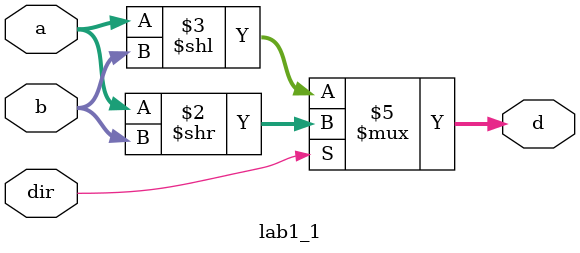
<source format=v>
`timescale 1ns/100ps

module lab1_1 (a, b, dir, d);
input [3:0] a;
input [1:0] b;
input dir;
output reg [3:0] d; /*Notice that d can be either reg or
wire. It depends on how you design your module. */
// add your design here  

always@* begin
    if (dir) begin
        d = a >> b;
    end else begin
        d = a << b;
    end
end

endmodule
</source>
